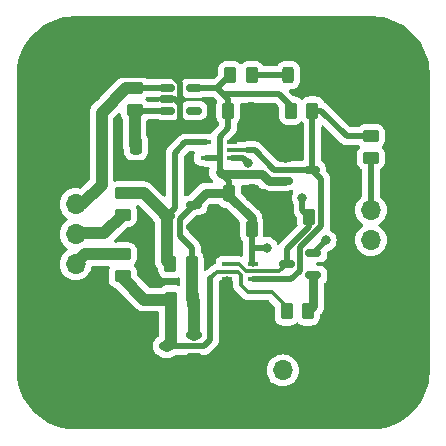
<source format=gbr>
%TF.GenerationSoftware,KiCad,Pcbnew,8.0.1*%
%TF.CreationDate,2024-11-19T12:42:29-08:00*%
%TF.ProjectId,DuplexUARTtoHalf,4475706c-6578-4554-9152-54746f48616c,rev?*%
%TF.SameCoordinates,Original*%
%TF.FileFunction,Copper,L1,Top*%
%TF.FilePolarity,Positive*%
%FSLAX46Y46*%
G04 Gerber Fmt 4.6, Leading zero omitted, Abs format (unit mm)*
G04 Created by KiCad (PCBNEW 8.0.1) date 2024-11-19 12:42:29*
%MOMM*%
%LPD*%
G01*
G04 APERTURE LIST*
G04 Aperture macros list*
%AMRoundRect*
0 Rectangle with rounded corners*
0 $1 Rounding radius*
0 $2 $3 $4 $5 $6 $7 $8 $9 X,Y pos of 4 corners*
0 Add a 4 corners polygon primitive as box body*
4,1,4,$2,$3,$4,$5,$6,$7,$8,$9,$2,$3,0*
0 Add four circle primitives for the rounded corners*
1,1,$1+$1,$2,$3*
1,1,$1+$1,$4,$5*
1,1,$1+$1,$6,$7*
1,1,$1+$1,$8,$9*
0 Add four rect primitives between the rounded corners*
20,1,$1+$1,$2,$3,$4,$5,0*
20,1,$1+$1,$4,$5,$6,$7,0*
20,1,$1+$1,$6,$7,$8,$9,0*
20,1,$1+$1,$8,$9,$2,$3,0*%
G04 Aperture macros list end*
%TA.AperFunction,SMDPad,CuDef*%
%ADD10RoundRect,0.150000X-0.512500X-0.150000X0.512500X-0.150000X0.512500X0.150000X-0.512500X0.150000X0*%
%TD*%
%TA.AperFunction,SMDPad,CuDef*%
%ADD11RoundRect,0.100000X0.350000X0.100000X-0.350000X0.100000X-0.350000X-0.100000X0.350000X-0.100000X0*%
%TD*%
%TA.AperFunction,SMDPad,CuDef*%
%ADD12RoundRect,0.100000X-0.350000X-0.100000X0.350000X-0.100000X0.350000X0.100000X-0.350000X0.100000X0*%
%TD*%
%TA.AperFunction,SMDPad,CuDef*%
%ADD13RoundRect,0.250000X0.262500X0.450000X-0.262500X0.450000X-0.262500X-0.450000X0.262500X-0.450000X0*%
%TD*%
%TA.AperFunction,SMDPad,CuDef*%
%ADD14RoundRect,0.250000X0.450000X-0.262500X0.450000X0.262500X-0.450000X0.262500X-0.450000X-0.262500X0*%
%TD*%
%TA.AperFunction,SMDPad,CuDef*%
%ADD15RoundRect,0.250000X-0.450000X0.262500X-0.450000X-0.262500X0.450000X-0.262500X0.450000X0.262500X0*%
%TD*%
%TA.AperFunction,SMDPad,CuDef*%
%ADD16RoundRect,0.250000X-0.262500X-0.450000X0.262500X-0.450000X0.262500X0.450000X-0.262500X0.450000X0*%
%TD*%
%TA.AperFunction,SMDPad,CuDef*%
%ADD17RoundRect,0.150000X0.512500X0.150000X-0.512500X0.150000X-0.512500X-0.150000X0.512500X-0.150000X0*%
%TD*%
%TA.AperFunction,ComponentPad*%
%ADD18R,1.700000X1.700000*%
%TD*%
%TA.AperFunction,ComponentPad*%
%ADD19O,1.700000X1.700000*%
%TD*%
%TA.AperFunction,ComponentPad*%
%ADD20C,5.600000*%
%TD*%
%TA.AperFunction,SMDPad,CuDef*%
%ADD21RoundRect,0.243750X0.243750X0.456250X-0.243750X0.456250X-0.243750X-0.456250X0.243750X-0.456250X0*%
%TD*%
%TA.AperFunction,SMDPad,CuDef*%
%ADD22RoundRect,0.250000X-0.250000X-0.475000X0.250000X-0.475000X0.250000X0.475000X-0.250000X0.475000X0*%
%TD*%
%TA.AperFunction,SMDPad,CuDef*%
%ADD23RoundRect,0.250000X0.250000X0.475000X-0.250000X0.475000X-0.250000X-0.475000X0.250000X-0.475000X0*%
%TD*%
%TA.AperFunction,ViaPad*%
%ADD24C,0.800000*%
%TD*%
%TA.AperFunction,Conductor*%
%ADD25C,0.300000*%
%TD*%
%TA.AperFunction,Conductor*%
%ADD26C,0.500000*%
%TD*%
%TA.AperFunction,Conductor*%
%ADD27C,0.800000*%
%TD*%
%TA.AperFunction,Conductor*%
%ADD28C,1.000000*%
%TD*%
G04 APERTURE END LIST*
D10*
%TO.P,U3,1,VDD*%
%TO.N,Net-(J5-Pin_2)*%
X152725000Y-76100000D03*
%TO.P,U3,2,GND*%
%TO.N,GND*%
X152725000Y-77050000D03*
%TO.P,U3,3,EN*%
%TO.N,Net-(U3-EN)*%
X152725000Y-78000000D03*
%TO.P,U3,4,NC*%
%TO.N,unconnected-(U3-NC-Pad4)*%
X155000000Y-78000000D03*
%TO.P,U3,5,OUT*%
%TO.N,+3.3V*%
X155000000Y-76100000D03*
%TD*%
D11*
%TO.P,U2,5,VCC*%
%TO.N,+3.3V*%
X156000000Y-82000000D03*
%TO.P,U2,4*%
%TO.N,/RX*%
X156000000Y-80700000D03*
%TO.P,U2,3,GND*%
%TO.N,GND*%
X158200000Y-80700000D03*
%TO.P,U2,2*%
%TO.N,/DATA*%
X158200000Y-81350000D03*
%TO.P,U2,1*%
%TO.N,/TX_{EN}*%
X158200000Y-82000000D03*
%TD*%
D12*
%TO.P,U1,1*%
%TO.N,/TX_{EN}*%
X157800000Y-91000000D03*
%TO.P,U1,2*%
%TO.N,/TX*%
X157800000Y-91650000D03*
%TO.P,U1,3,GND*%
%TO.N,GND*%
X157800000Y-92300000D03*
%TO.P,U1,4*%
%TO.N,/DATA*%
X160000000Y-92300000D03*
%TO.P,U1,5,VCC*%
%TO.N,+3.3V*%
X160000000Y-91000000D03*
%TD*%
D13*
%TO.P,R10,1*%
%TO.N,Net-(D4-A)*%
X159912500Y-75000000D03*
%TO.P,R10,2*%
%TO.N,+3.3V*%
X158087500Y-75000000D03*
%TD*%
D14*
%TO.P,R9,1*%
%TO.N,Net-(U3-EN)*%
X150000000Y-77912500D03*
%TO.P,R9,2*%
%TO.N,Net-(J5-Pin_2)*%
X150000000Y-76087500D03*
%TD*%
D15*
%TO.P,R8,1*%
%TO.N,/DATA*%
X170000000Y-80175000D03*
%TO.P,R8,2*%
%TO.N,Net-(J7-Pin_3)*%
X170000000Y-82000000D03*
%TD*%
D14*
%TO.P,R7,1*%
%TO.N,Net-(J5-Pin_3)*%
X149000000Y-86825000D03*
%TO.P,R7,2*%
%TO.N,/RX*%
X149000000Y-85000000D03*
%TD*%
D15*
%TO.P,R6,1*%
%TO.N,Net-(J5-Pin_4)*%
X149000000Y-90175000D03*
%TO.P,R6,2*%
%TO.N,/TX*%
X149000000Y-92000000D03*
%TD*%
D13*
%TO.P,R5,1*%
%TO.N,+3.3V*%
X154825000Y-91000000D03*
%TO.P,R5,2*%
%TO.N,/RX*%
X153000000Y-91000000D03*
%TD*%
D16*
%TO.P,R4,1*%
%TO.N,+3.3V*%
X163225000Y-78000000D03*
%TO.P,R4,2*%
%TO.N,/DATA*%
X165050000Y-78000000D03*
%TD*%
D13*
%TO.P,R3,1*%
%TO.N,+3.3V*%
X154912500Y-94000000D03*
%TO.P,R3,2*%
%TO.N,/TX*%
X153087500Y-94000000D03*
%TD*%
%TO.P,R2,1*%
%TO.N,Net-(Q1-B)*%
X164687500Y-95000000D03*
%TO.P,R2,2*%
%TO.N,/TX*%
X162862500Y-95000000D03*
%TD*%
D16*
%TO.P,R1,1*%
%TO.N,GND*%
X162950000Y-87000000D03*
%TO.P,R1,2*%
%TO.N,/TX_{EN}*%
X164775000Y-87000000D03*
%TD*%
D17*
%TO.P,Q1,1,B*%
%TO.N,Net-(Q1-B)*%
X165137500Y-91950000D03*
%TO.P,Q1,2,E*%
%TO.N,+3.3V*%
X165137500Y-90050000D03*
%TO.P,Q1,3,C*%
%TO.N,/TX_{EN}*%
X162862500Y-91000000D03*
%TD*%
D18*
%TO.P,J7,1,Pin_1*%
%TO.N,GND*%
X170000000Y-91500000D03*
D19*
%TO.P,J7,2,Pin_2*%
%TO.N,/V_{SERVO}*%
X170000000Y-88960000D03*
%TO.P,J7,3,Pin_3*%
%TO.N,Net-(J7-Pin_3)*%
X170000000Y-86420000D03*
%TD*%
D18*
%TO.P,J6,1,Pin_1*%
%TO.N,GND*%
X160000000Y-100000000D03*
D19*
%TO.P,J6,2,Pin_2*%
%TO.N,/V_{SERVO}*%
X162540000Y-100000000D03*
%TD*%
D18*
%TO.P,J5,1,Pin_1*%
%TO.N,GND*%
X145000000Y-83380000D03*
D19*
%TO.P,J5,2,Pin_2*%
%TO.N,Net-(J5-Pin_2)*%
X145000000Y-85920000D03*
%TO.P,J5,3,Pin_3*%
%TO.N,Net-(J5-Pin_3)*%
X145000000Y-88460000D03*
%TO.P,J5,4,Pin_4*%
%TO.N,Net-(J5-Pin_4)*%
X145000000Y-91000000D03*
%TD*%
D20*
%TO.P,J4,1,Pin_1*%
%TO.N,GND*%
X170000000Y-75000000D03*
%TD*%
%TO.P,J3,1,Pin_1*%
%TO.N,GND*%
X170000000Y-100000000D03*
%TD*%
%TO.P,J2,1,Pin_1*%
%TO.N,GND*%
X145000000Y-100000000D03*
%TD*%
%TO.P,J1,1,Pin_1*%
%TO.N,GND*%
X145000000Y-75000000D03*
%TD*%
D21*
%TO.P,D4,1,K*%
%TO.N,GND*%
X164875000Y-75000000D03*
%TO.P,D4,2,A*%
%TO.N,Net-(D4-A)*%
X163000000Y-75000000D03*
%TD*%
D17*
%TO.P,D3,1,K*%
%TO.N,GND*%
X155000000Y-87900000D03*
%TO.P,D3,2,K*%
%TO.N,+3.3V*%
X155000000Y-86000000D03*
%TO.P,D3,3,A*%
%TO.N,/RX*%
X152725000Y-86950000D03*
%TD*%
%TO.P,D2,1,K*%
%TO.N,GND*%
X155000000Y-98900000D03*
%TO.P,D2,2,K*%
%TO.N,+3.3V*%
X155000000Y-97000000D03*
%TO.P,D2,3,A*%
%TO.N,/TX*%
X152725000Y-97950000D03*
%TD*%
D10*
%TO.P,D1,1,K*%
%TO.N,GND*%
X162725000Y-82050000D03*
%TO.P,D1,2,K*%
%TO.N,+3.3V*%
X162725000Y-83950000D03*
%TO.P,D1,3,A*%
%TO.N,/DATA*%
X165000000Y-83000000D03*
%TD*%
D22*
%TO.P,C4,1*%
%TO.N,+3.3V*%
X157925000Y-78000000D03*
%TO.P,C4,2*%
%TO.N,GND*%
X159825000Y-78000000D03*
%TD*%
%TO.P,C3,1*%
%TO.N,Net-(U3-EN)*%
X150100000Y-81000000D03*
%TO.P,C3,2*%
%TO.N,GND*%
X152000000Y-81000000D03*
%TD*%
%TO.P,C2,1*%
%TO.N,+3.3V*%
X158000000Y-85000000D03*
%TO.P,C2,2*%
%TO.N,GND*%
X159900000Y-85000000D03*
%TD*%
D23*
%TO.P,C1,1*%
%TO.N,+3.3V*%
X159900000Y-88000000D03*
%TO.P,C1,2*%
%TO.N,GND*%
X158000000Y-88000000D03*
%TD*%
D24*
%TO.N,GND*%
X166800000Y-81200000D03*
X151600000Y-83200000D03*
X155000000Y-83600000D03*
X150800000Y-88600000D03*
%TO.N,+3.3V*%
X161200000Y-89600000D03*
X166200000Y-89000000D03*
%TO.N,/TX_{EN}*%
X164200000Y-85400000D03*
X159600000Y-82400000D03*
%TO.N,GND*%
X156600000Y-87900000D03*
X161575000Y-85625000D03*
X163800000Y-76400000D03*
X161600000Y-78000000D03*
%TD*%
D25*
%TO.N,/TX*%
X159000000Y-92800000D02*
X159600000Y-93400000D01*
X159600000Y-93400000D02*
X161600000Y-93400000D01*
X159000000Y-91907106D02*
X159000000Y-92800000D01*
X161600000Y-93400000D02*
X162862500Y-94662500D01*
X162862500Y-94662500D02*
X162862500Y-95000000D01*
X157800000Y-91650000D02*
X158742894Y-91650000D01*
X158742894Y-91650000D02*
X159000000Y-91907106D01*
D26*
%TO.N,Net-(J7-Pin_3)*%
X170000000Y-82000000D02*
X170000000Y-86420000D01*
%TO.N,/DATA*%
X165800000Y-78000000D02*
X167975000Y-80175000D01*
X165050000Y-78000000D02*
X165800000Y-78000000D01*
X167975000Y-80175000D02*
X170000000Y-80175000D01*
X165050000Y-82750000D02*
X165050000Y-78000000D01*
X165000000Y-82800000D02*
X165050000Y-82750000D01*
X165000000Y-83000000D02*
X165000000Y-82800000D01*
%TO.N,+3.3V*%
X161200000Y-89600000D02*
X159900000Y-89600000D01*
X159900000Y-89600000D02*
X159900000Y-90900000D01*
X159900000Y-88000000D02*
X159900000Y-89600000D01*
X165150000Y-90050000D02*
X166200000Y-89000000D01*
X165137500Y-90050000D02*
X165150000Y-90050000D01*
%TO.N,/TX_{EN}*%
X164200000Y-85400000D02*
X164200000Y-86425000D01*
X164200000Y-86425000D02*
X164775000Y-87000000D01*
X159200000Y-82000000D02*
X159600000Y-82400000D01*
X158200000Y-82000000D02*
X159200000Y-82000000D01*
D27*
%TO.N,+3.3V*%
X161350000Y-83950000D02*
X162725000Y-83950000D01*
X157400000Y-83400000D02*
X160800000Y-83400000D01*
X157200000Y-83200000D02*
X157400000Y-83400000D01*
X160800000Y-83400000D02*
X161350000Y-83950000D01*
%TO.N,GND*%
X157400000Y-100000000D02*
X160000000Y-100000000D01*
D26*
X157800000Y-92300000D02*
X157400000Y-92700000D01*
D27*
X154800000Y-100000000D02*
X157400000Y-100000000D01*
D26*
X157400000Y-92700000D02*
X157400000Y-100000000D01*
D27*
X157900000Y-87900000D02*
X158000000Y-88000000D01*
X155000000Y-87900000D02*
X157900000Y-87900000D01*
X162950000Y-87000000D02*
X161575000Y-85625000D01*
X160950000Y-85000000D02*
X161575000Y-85625000D01*
D26*
%TO.N,/DATA*%
X165800000Y-87789950D02*
X165800000Y-83800000D01*
X164000000Y-89589950D02*
X165800000Y-87789950D01*
X164000000Y-91572316D02*
X164000000Y-89589950D01*
X163272316Y-92300000D02*
X164000000Y-91572316D01*
X160000000Y-92300000D02*
X163272316Y-92300000D01*
X165800000Y-83800000D02*
X165000000Y-83000000D01*
%TO.N,/TX_{EN}*%
X162862500Y-89737500D02*
X162862500Y-91000000D01*
X164775000Y-87825000D02*
X162862500Y-89737500D01*
X164775000Y-87000000D02*
X164775000Y-87825000D01*
%TO.N,+3.3V*%
X154825000Y-89625000D02*
X154825000Y-91000000D01*
X153837500Y-88637500D02*
X154825000Y-89625000D01*
X153837500Y-87162500D02*
X153837500Y-88637500D01*
X155000000Y-86000000D02*
X153837500Y-87162500D01*
%TO.N,GND*%
X155000000Y-99800000D02*
X154800000Y-100000000D01*
X155000000Y-98900000D02*
X155000000Y-99800000D01*
D27*
X145000000Y-100000000D02*
X154800000Y-100000000D01*
D25*
%TO.N,/TX_{EN}*%
X158800000Y-91000000D02*
X157800000Y-91000000D01*
X162262500Y-91600000D02*
X159400000Y-91600000D01*
X159400000Y-91600000D02*
X158800000Y-91000000D01*
X162862500Y-91000000D02*
X162262500Y-91600000D01*
D26*
%TO.N,+3.3V*%
X159900000Y-90900000D02*
X160000000Y-91000000D01*
D25*
%TO.N,/TX*%
X156950000Y-91650000D02*
X156400000Y-92200000D01*
X157800000Y-91650000D02*
X156950000Y-91650000D01*
D26*
X155850000Y-97950000D02*
X156400000Y-97400000D01*
X152725000Y-97950000D02*
X155850000Y-97950000D01*
X156400000Y-97400000D02*
X156400000Y-92200000D01*
D27*
%TO.N,Net-(Q1-B)*%
X165137500Y-94550000D02*
X164687500Y-95000000D01*
X165137500Y-91950000D02*
X165137500Y-94550000D01*
%TO.N,GND*%
X159900000Y-85000000D02*
X160950000Y-85000000D01*
D26*
%TO.N,+3.3V*%
X157200000Y-83200000D02*
X158000000Y-84000000D01*
X157200000Y-83200000D02*
X157200000Y-82200000D01*
X158000000Y-84000000D02*
X158000000Y-85000000D01*
%TO.N,/DATA*%
X161800000Y-83000000D02*
X165000000Y-83000000D01*
X160150000Y-81350000D02*
X161800000Y-83000000D01*
X159550000Y-81350000D02*
X160150000Y-81350000D01*
D27*
%TO.N,+3.3V*%
X159900000Y-87100000D02*
X159900000Y-88000000D01*
X158000000Y-85200000D02*
X159900000Y-87100000D01*
X158000000Y-85000000D02*
X158000000Y-85200000D01*
X156000000Y-85000000D02*
X155000000Y-86000000D01*
X158000000Y-85000000D02*
X156000000Y-85000000D01*
%TO.N,GND*%
X145000000Y-83380000D02*
X145000000Y-75000000D01*
X142800000Y-97800000D02*
X145000000Y-100000000D01*
X142800000Y-84600000D02*
X142800000Y-97800000D01*
X144020000Y-83380000D02*
X142800000Y-84600000D01*
X145000000Y-83380000D02*
X144020000Y-83380000D01*
X172200000Y-90400000D02*
X172200000Y-77200000D01*
X171100000Y-91500000D02*
X172200000Y-90400000D01*
X172200000Y-77200000D02*
X170000000Y-75000000D01*
X170000000Y-91500000D02*
X171100000Y-91500000D01*
X170000000Y-100000000D02*
X170000000Y-91500000D01*
X167600000Y-102400000D02*
X170000000Y-100000000D01*
X160000000Y-101400000D02*
X161000000Y-102400000D01*
X161000000Y-102400000D02*
X167600000Y-102400000D01*
X160000000Y-100000000D02*
X160000000Y-101400000D01*
X168000000Y-73000000D02*
X170000000Y-75000000D01*
X145000000Y-75000000D02*
X147000000Y-73000000D01*
X147000000Y-73000000D02*
X168000000Y-73000000D01*
X164875000Y-75000000D02*
X170000000Y-75000000D01*
X164875000Y-75325000D02*
X164875000Y-75000000D01*
X159825000Y-78000000D02*
X161600000Y-78000000D01*
X163800000Y-76400000D02*
X164875000Y-75325000D01*
X159825000Y-79150000D02*
X159825000Y-78975000D01*
X162725000Y-82050000D02*
X159825000Y-79150000D01*
X159825000Y-78975000D02*
X159825000Y-78000000D01*
X158800000Y-80000000D02*
X159825000Y-78975000D01*
D25*
X158800000Y-80000000D02*
X158800000Y-80100000D01*
X158200000Y-80700000D02*
X158800000Y-80100000D01*
%TO.N,/DATA*%
X158200000Y-81350000D02*
X159550000Y-81350000D01*
D26*
%TO.N,/RX*%
X154300000Y-80700000D02*
X156000000Y-80700000D01*
X153400000Y-81600000D02*
X154300000Y-80700000D01*
X153400000Y-86275000D02*
X153400000Y-81600000D01*
X152725000Y-86950000D02*
X153400000Y-86275000D01*
%TO.N,+3.3V*%
X157000000Y-82000000D02*
X157200000Y-82200000D01*
X156000000Y-82000000D02*
X157000000Y-82000000D01*
X157200000Y-80200000D02*
X157200000Y-82200000D01*
X157925000Y-79475000D02*
X157200000Y-80200000D01*
X157925000Y-78000000D02*
X157925000Y-79475000D01*
%TO.N,GND*%
X153837500Y-75697316D02*
X153837500Y-77500001D01*
X145000000Y-75000000D02*
X153140184Y-75000000D01*
X153140184Y-75000000D02*
X153837500Y-75697316D01*
X153837500Y-79162500D02*
X152000000Y-81000000D01*
X153837500Y-77500001D02*
X153837500Y-79162500D01*
X153387499Y-77050000D02*
X153837500Y-77500001D01*
X152725000Y-77050000D02*
X153387499Y-77050000D01*
%TO.N,+3.3V*%
X162200000Y-76600000D02*
X163225000Y-77625000D01*
X157487500Y-76600000D02*
X162200000Y-76600000D01*
X157443750Y-76556250D02*
X157487500Y-76600000D01*
X157443750Y-76556250D02*
X156987500Y-76100000D01*
X157925000Y-77037500D02*
X157443750Y-76556250D01*
X163225000Y-77625000D02*
X163225000Y-78000000D01*
%TO.N,Net-(D4-A)*%
X159912500Y-75000000D02*
X163000000Y-75000000D01*
%TO.N,+3.3V*%
X157925000Y-78000000D02*
X157925000Y-77037500D01*
X156987500Y-76100000D02*
X158087500Y-75000000D01*
X155000000Y-76100000D02*
X156987500Y-76100000D01*
%TO.N,Net-(U3-EN)*%
X150087500Y-78000000D02*
X150000000Y-77912500D01*
X152725000Y-78000000D02*
X150087500Y-78000000D01*
%TO.N,Net-(J5-Pin_2)*%
X150012500Y-76100000D02*
X150000000Y-76087500D01*
X152725000Y-76100000D02*
X150012500Y-76100000D01*
D28*
%TO.N,/RX*%
X152725000Y-90725000D02*
X153000000Y-91000000D01*
X152725000Y-86950000D02*
X152725000Y-90725000D01*
%TO.N,+3.3V*%
X154825000Y-93912500D02*
X154912500Y-94000000D01*
X154825000Y-91000000D02*
X154825000Y-93912500D01*
X155000000Y-97000000D02*
X155000000Y-94087500D01*
X155000000Y-94087500D02*
X154912500Y-94000000D01*
%TO.N,/TX*%
X153087500Y-97587500D02*
X152725000Y-97950000D01*
X153087500Y-94000000D02*
X153087500Y-97587500D01*
X150800000Y-94000000D02*
X153087500Y-94000000D01*
X149000000Y-92000000D02*
X149000000Y-92200000D01*
X149000000Y-92200000D02*
X150800000Y-94000000D01*
%TO.N,Net-(J5-Pin_3)*%
X145060000Y-88400000D02*
X145000000Y-88460000D01*
X147425000Y-88400000D02*
X145060000Y-88400000D01*
X149000000Y-86825000D02*
X147425000Y-88400000D01*
%TO.N,/RX*%
X150775000Y-85000000D02*
X152725000Y-86950000D01*
X149000000Y-85000000D02*
X150775000Y-85000000D01*
%TO.N,Net-(U3-EN)*%
X150000000Y-80900000D02*
X150100000Y-81000000D01*
X150000000Y-77912500D02*
X150000000Y-80900000D01*
%TO.N,Net-(J5-Pin_2)*%
X147200000Y-78187500D02*
X149300000Y-76087500D01*
X147200000Y-84280000D02*
X147200000Y-78187500D01*
X149300000Y-76087500D02*
X150000000Y-76087500D01*
X145560000Y-85920000D02*
X147200000Y-84280000D01*
X145000000Y-85920000D02*
X145560000Y-85920000D01*
%TO.N,Net-(J5-Pin_4)*%
X145825000Y-90175000D02*
X149000000Y-90175000D01*
X145000000Y-91000000D02*
X145825000Y-90175000D01*
%TD*%
%TA.AperFunction,Conductor*%
%TO.N,GND*%
G36*
X150376257Y-86020185D02*
G01*
X150396899Y-86036819D01*
X151543311Y-87183232D01*
X151574706Y-87236317D01*
X151610754Y-87360395D01*
X151610755Y-87360396D01*
X151610756Y-87360398D01*
X151620619Y-87377075D01*
X151694417Y-87501863D01*
X151698479Y-87507099D01*
X151724014Y-87572136D01*
X151724500Y-87583100D01*
X151724500Y-90823544D01*
X151762947Y-91016828D01*
X151762949Y-91016836D01*
X151776479Y-91049500D01*
X151776479Y-91049501D01*
X151838364Y-91198907D01*
X151838371Y-91198920D01*
X151947860Y-91362781D01*
X151947863Y-91362785D01*
X151950681Y-91365603D01*
X151951685Y-91367442D01*
X151951726Y-91367492D01*
X151951716Y-91367499D01*
X151984166Y-91426926D01*
X151987000Y-91453282D01*
X151987000Y-91499999D01*
X151987001Y-91500019D01*
X151997500Y-91602796D01*
X151997501Y-91602799D01*
X152028860Y-91697432D01*
X152052686Y-91769334D01*
X152144788Y-91918656D01*
X152268844Y-92042712D01*
X152418166Y-92134814D01*
X152584703Y-92189999D01*
X152687491Y-92200500D01*
X153312508Y-92200499D01*
X153312516Y-92200498D01*
X153312519Y-92200498D01*
X153368802Y-92194748D01*
X153415297Y-92189999D01*
X153581834Y-92134814D01*
X153635404Y-92101771D01*
X153702796Y-92083332D01*
X153769459Y-92104255D01*
X153814229Y-92157897D01*
X153824500Y-92207311D01*
X153824500Y-92744883D01*
X153804815Y-92811922D01*
X153752011Y-92857677D01*
X153682853Y-92867621D01*
X153661498Y-92862589D01*
X153502797Y-92810001D01*
X153502795Y-92810000D01*
X153400010Y-92799500D01*
X152774998Y-92799500D01*
X152774980Y-92799501D01*
X152672203Y-92810000D01*
X152672200Y-92810001D01*
X152505668Y-92865185D01*
X152505663Y-92865187D01*
X152356342Y-92957289D01*
X152350451Y-92963181D01*
X152289128Y-92996666D01*
X152262770Y-92999500D01*
X151265783Y-92999500D01*
X151198744Y-92979815D01*
X151178102Y-92963181D01*
X150236818Y-92021897D01*
X150203333Y-91960574D01*
X150200499Y-91934216D01*
X150200499Y-91687498D01*
X150200498Y-91687481D01*
X150189999Y-91584703D01*
X150189998Y-91584700D01*
X150173501Y-91534916D01*
X150134814Y-91418166D01*
X150042712Y-91268844D01*
X149949049Y-91175181D01*
X149915564Y-91113858D01*
X149920548Y-91044166D01*
X149949049Y-90999819D01*
X149976367Y-90972501D01*
X150042712Y-90906156D01*
X150134814Y-90756834D01*
X150189999Y-90590297D01*
X150200500Y-90487509D01*
X150200499Y-89862492D01*
X150200361Y-89861144D01*
X150189999Y-89759703D01*
X150189998Y-89759700D01*
X150180156Y-89730000D01*
X150134814Y-89593166D01*
X150042712Y-89443844D01*
X149918656Y-89319788D01*
X149820237Y-89259083D01*
X149769336Y-89227687D01*
X149769331Y-89227685D01*
X149767862Y-89227198D01*
X149602797Y-89172501D01*
X149602795Y-89172500D01*
X149500010Y-89162000D01*
X148499998Y-89162000D01*
X148499980Y-89162001D01*
X148390468Y-89173189D01*
X148390432Y-89172839D01*
X148374742Y-89174500D01*
X148364781Y-89174500D01*
X148297742Y-89154815D01*
X148251987Y-89102011D01*
X148242043Y-89032853D01*
X148271068Y-88969297D01*
X148277100Y-88962819D01*
X149365602Y-87874318D01*
X149426925Y-87840833D01*
X149453283Y-87837999D01*
X149500002Y-87837999D01*
X149500008Y-87837999D01*
X149602797Y-87827499D01*
X149769334Y-87772314D01*
X149918656Y-87680212D01*
X150042712Y-87556156D01*
X150134814Y-87406834D01*
X150189999Y-87240297D01*
X150200500Y-87137509D01*
X150200499Y-86512492D01*
X150199112Y-86498918D01*
X150189999Y-86409703D01*
X150189998Y-86409700D01*
X150186961Y-86400536D01*
X150134814Y-86243166D01*
X150101771Y-86189595D01*
X150083332Y-86122204D01*
X150104255Y-86055541D01*
X150157897Y-86010771D01*
X150207311Y-86000500D01*
X150309218Y-86000500D01*
X150376257Y-86020185D01*
G37*
%TD.AperFunction*%
%TA.AperFunction,Conductor*%
G36*
X157130171Y-85920185D02*
G01*
X157151346Y-85939383D01*
X157152181Y-85938549D01*
X157157288Y-85943656D01*
X157281344Y-86067712D01*
X157430666Y-86159814D01*
X157597203Y-86214999D01*
X157699991Y-86225500D01*
X157700608Y-86225499D01*
X157700736Y-86225537D01*
X157703140Y-86225660D01*
X157703131Y-86225820D01*
X157703133Y-86225821D01*
X157703130Y-86225844D01*
X157703110Y-86226234D01*
X157767650Y-86245166D01*
X157788319Y-86261818D01*
X158867287Y-87340787D01*
X158900772Y-87402110D01*
X158902964Y-87441066D01*
X158899501Y-87474972D01*
X158899500Y-87474997D01*
X158899500Y-88525001D01*
X158899501Y-88525019D01*
X158910000Y-88627796D01*
X158910001Y-88627799D01*
X158965185Y-88794331D01*
X158965187Y-88794336D01*
X158978456Y-88815848D01*
X159044956Y-88923663D01*
X159057289Y-88943657D01*
X159113181Y-88999549D01*
X159146666Y-89060872D01*
X159149500Y-89087230D01*
X159149500Y-90255765D01*
X159129815Y-90322804D01*
X159077011Y-90368559D01*
X159007853Y-90378503D01*
X158990538Y-90374656D01*
X158864071Y-90349500D01*
X158864069Y-90349500D01*
X158414823Y-90349500D01*
X158367370Y-90340061D01*
X158325708Y-90322804D01*
X158306762Y-90314956D01*
X158306760Y-90314955D01*
X158189361Y-90299500D01*
X157410636Y-90299500D01*
X157293246Y-90314953D01*
X157293237Y-90314956D01*
X157147160Y-90375463D01*
X157021718Y-90471718D01*
X156925463Y-90597160D01*
X156864956Y-90743237D01*
X156864955Y-90743239D01*
X156849501Y-90860629D01*
X156849500Y-90860645D01*
X156849500Y-90905462D01*
X156829815Y-90972501D01*
X156777011Y-91018256D01*
X156761505Y-91024120D01*
X156760257Y-91024498D01*
X156641870Y-91073535D01*
X156535331Y-91144722D01*
X156535324Y-91144728D01*
X156232654Y-91447398D01*
X156186357Y-91475149D01*
X156186714Y-91476011D01*
X156044507Y-91534914D01*
X156044495Y-91534921D01*
X156030884Y-91544015D01*
X155964205Y-91564889D01*
X155896826Y-91546401D01*
X155850139Y-91494419D01*
X155837999Y-91440913D01*
X155837999Y-90499992D01*
X155833954Y-90460398D01*
X155827499Y-90397203D01*
X155827498Y-90397200D01*
X155805866Y-90331919D01*
X155772314Y-90230666D01*
X155680212Y-90081344D01*
X155611819Y-90012951D01*
X155578334Y-89951628D01*
X155575500Y-89925270D01*
X155575500Y-89551079D01*
X155546659Y-89406092D01*
X155546658Y-89406091D01*
X155546658Y-89406087D01*
X155515720Y-89331395D01*
X155490087Y-89269511D01*
X155490085Y-89269507D01*
X155490084Y-89269505D01*
X155440574Y-89195408D01*
X155435795Y-89188256D01*
X155407954Y-89146586D01*
X154624319Y-88362951D01*
X154590834Y-88301628D01*
X154588000Y-88275270D01*
X154588000Y-87524729D01*
X154607685Y-87457690D01*
X154624319Y-87437048D01*
X154881406Y-87179961D01*
X155152191Y-86909175D01*
X155213512Y-86875692D01*
X155215608Y-86875255D01*
X155262666Y-86865895D01*
X155397754Y-86809939D01*
X155445207Y-86800500D01*
X155578186Y-86800500D01*
X155578194Y-86800500D01*
X155615069Y-86797598D01*
X155615071Y-86797597D01*
X155615073Y-86797597D01*
X155673937Y-86780495D01*
X155772898Y-86751744D01*
X155914365Y-86668081D01*
X156030581Y-86551865D01*
X156114244Y-86410398D01*
X156160098Y-86252569D01*
X156163000Y-86215694D01*
X156163000Y-86161861D01*
X156182685Y-86094822D01*
X156199319Y-86074180D01*
X156336680Y-85936819D01*
X156398003Y-85903334D01*
X156424361Y-85900500D01*
X157063132Y-85900500D01*
X157130171Y-85920185D01*
G37*
%TD.AperFunction*%
%TA.AperFunction,Conductor*%
G36*
X160442677Y-84320185D02*
G01*
X160463319Y-84336819D01*
X160563601Y-84437100D01*
X160650536Y-84524035D01*
X160742349Y-84615848D01*
X160775966Y-84649465D01*
X160923446Y-84748009D01*
X160923459Y-84748016D01*
X161018668Y-84787452D01*
X161087334Y-84815894D01*
X161087336Y-84815894D01*
X161087341Y-84815896D01*
X161261304Y-84850499D01*
X161261307Y-84850500D01*
X161261309Y-84850500D01*
X162813693Y-84850500D01*
X162813694Y-84850499D01*
X162871682Y-84838964D01*
X162987658Y-84815896D01*
X162987661Y-84815894D01*
X162987666Y-84815894D01*
X163122755Y-84759939D01*
X163170207Y-84750500D01*
X163303186Y-84750500D01*
X163303194Y-84750500D01*
X163311258Y-84749865D01*
X163379635Y-84764224D01*
X163429395Y-84813272D01*
X163444739Y-84881436D01*
X163428382Y-84935481D01*
X163372820Y-85031718D01*
X163372818Y-85031722D01*
X163317361Y-85202402D01*
X163314326Y-85211744D01*
X163294540Y-85400000D01*
X163314326Y-85588256D01*
X163314327Y-85588259D01*
X163372818Y-85768277D01*
X163372821Y-85768284D01*
X163405461Y-85824819D01*
X163432887Y-85872321D01*
X163449500Y-85934321D01*
X163449500Y-86498918D01*
X163449500Y-86498920D01*
X163449499Y-86498920D01*
X163478340Y-86643907D01*
X163478343Y-86643917D01*
X163534914Y-86780492D01*
X163552629Y-86807004D01*
X163552630Y-86807007D01*
X163617046Y-86903414D01*
X163617047Y-86903415D01*
X163617048Y-86903416D01*
X163725682Y-87012050D01*
X163759166Y-87073371D01*
X163762000Y-87099730D01*
X163762000Y-87500001D01*
X163762001Y-87500019D01*
X163772500Y-87602796D01*
X163772501Y-87602799D01*
X163789095Y-87652875D01*
X163791497Y-87722703D01*
X163759070Y-87779560D01*
X162279548Y-89259083D01*
X162259982Y-89288368D01*
X162259976Y-89288377D01*
X162257760Y-89291693D01*
X162204144Y-89336494D01*
X162134819Y-89345197D01*
X162071793Y-89315038D01*
X162036731Y-89261113D01*
X162027181Y-89231722D01*
X162027180Y-89231721D01*
X162027179Y-89231716D01*
X161932533Y-89067784D01*
X161805871Y-88927112D01*
X161805870Y-88927111D01*
X161652734Y-88815851D01*
X161652729Y-88815848D01*
X161479807Y-88738857D01*
X161479802Y-88738855D01*
X161330825Y-88707190D01*
X161294646Y-88699500D01*
X161105354Y-88699500D01*
X161044160Y-88712507D01*
X160974493Y-88707190D01*
X160918760Y-88665052D01*
X160894656Y-88599472D01*
X160895022Y-88578621D01*
X160900500Y-88525009D01*
X160900499Y-87474992D01*
X160897033Y-87441066D01*
X160889999Y-87372203D01*
X160889998Y-87372200D01*
X160886087Y-87360398D01*
X160834814Y-87205666D01*
X160831820Y-87200812D01*
X160818960Y-87179961D01*
X160800500Y-87114867D01*
X160800500Y-87011308D01*
X160799833Y-87007956D01*
X160799832Y-87007949D01*
X160765896Y-86837340D01*
X160765895Y-86837334D01*
X160700339Y-86679071D01*
X160698695Y-86674474D01*
X160694423Y-86668081D01*
X160647483Y-86597830D01*
X160599465Y-86525966D01*
X160572417Y-86498918D01*
X160474035Y-86400536D01*
X159036818Y-84963318D01*
X159003333Y-84901995D01*
X159000499Y-84875637D01*
X159000499Y-84474998D01*
X159000499Y-84474992D01*
X158998769Y-84458059D01*
X158996629Y-84437100D01*
X159009399Y-84368407D01*
X159057281Y-84317524D01*
X159119987Y-84300500D01*
X160375638Y-84300500D01*
X160442677Y-84320185D01*
G37*
%TD.AperFunction*%
%TA.AperFunction,Conductor*%
G36*
X153940167Y-76618006D02*
G01*
X153964355Y-76645921D01*
X153964639Y-76645702D01*
X153968679Y-76650911D01*
X153969232Y-76651548D01*
X153969419Y-76651865D01*
X153969421Y-76651867D01*
X153969423Y-76651870D01*
X154085629Y-76768076D01*
X154085633Y-76768079D01*
X154085635Y-76768081D01*
X154227102Y-76851744D01*
X154232575Y-76853334D01*
X154384926Y-76897597D01*
X154384929Y-76897597D01*
X154384931Y-76897598D01*
X154421806Y-76900500D01*
X154421814Y-76900500D01*
X155578186Y-76900500D01*
X155578194Y-76900500D01*
X155615069Y-76897598D01*
X155615071Y-76897597D01*
X155615073Y-76897597D01*
X155760233Y-76855424D01*
X155794828Y-76850500D01*
X156625270Y-76850500D01*
X156692309Y-76870185D01*
X156712951Y-76886819D01*
X156946459Y-77120327D01*
X156979944Y-77181650D01*
X156976484Y-77247011D01*
X156935001Y-77372200D01*
X156935000Y-77372204D01*
X156924500Y-77474983D01*
X156924500Y-78525001D01*
X156924501Y-78525019D01*
X156935000Y-78627796D01*
X156935001Y-78627799D01*
X156990185Y-78794331D01*
X156990187Y-78794336D01*
X156993989Y-78800500D01*
X157039632Y-78874500D01*
X157082289Y-78943657D01*
X157138181Y-78999549D01*
X157171666Y-79060872D01*
X157174500Y-79087230D01*
X157174500Y-79112770D01*
X157154815Y-79179809D01*
X157138181Y-79200451D01*
X156617048Y-79721583D01*
X156599311Y-79748129D01*
X156581691Y-79774501D01*
X156534915Y-79844506D01*
X156534914Y-79844506D01*
X156502422Y-79922952D01*
X156458581Y-79977356D01*
X156392287Y-79999421D01*
X156387861Y-79999500D01*
X156294658Y-79999500D01*
X156247206Y-79990061D01*
X156218917Y-79978343D01*
X156218907Y-79978340D01*
X156073920Y-79949500D01*
X156073918Y-79949500D01*
X154373917Y-79949500D01*
X154226082Y-79949500D01*
X154226080Y-79949500D01*
X154081092Y-79978340D01*
X154081082Y-79978343D01*
X153944511Y-80034912D01*
X153944498Y-80034919D01*
X153821584Y-80117048D01*
X153821580Y-80117051D01*
X152817047Y-81121584D01*
X152810697Y-81131089D01*
X152791209Y-81160256D01*
X152770109Y-81191835D01*
X152734914Y-81244507D01*
X152678343Y-81381082D01*
X152678340Y-81381092D01*
X152649500Y-81526079D01*
X152649500Y-85160217D01*
X152629815Y-85227256D01*
X152577011Y-85273011D01*
X152507853Y-85282955D01*
X152444297Y-85253930D01*
X152437819Y-85247898D01*
X151559209Y-84369289D01*
X151559206Y-84369285D01*
X151559206Y-84369286D01*
X151552139Y-84362219D01*
X151552139Y-84362218D01*
X151412782Y-84222861D01*
X151412781Y-84222860D01*
X151412780Y-84222859D01*
X151248920Y-84113371D01*
X151248907Y-84113364D01*
X151102415Y-84052686D01*
X151102414Y-84052686D01*
X151066836Y-84037949D01*
X151066828Y-84037947D01*
X150970188Y-84018724D01*
X150873544Y-83999500D01*
X150873541Y-83999500D01*
X149625259Y-83999500D01*
X149609566Y-83997839D01*
X149609531Y-83998189D01*
X149500010Y-83987000D01*
X148499998Y-83987000D01*
X148499980Y-83987001D01*
X148397203Y-83997500D01*
X148397196Y-83997502D01*
X148363503Y-84008667D01*
X148293674Y-84011068D01*
X148233633Y-83975336D01*
X148202441Y-83912815D01*
X148200500Y-83890961D01*
X148200500Y-78653281D01*
X148220185Y-78586242D01*
X148236815Y-78565604D01*
X148594398Y-78208020D01*
X148655719Y-78174537D01*
X148725410Y-78179521D01*
X148781344Y-78221392D01*
X148805435Y-78283101D01*
X148810001Y-78327797D01*
X148810001Y-78327799D01*
X148865185Y-78494331D01*
X148865187Y-78494336D01*
X148896870Y-78545702D01*
X148947507Y-78627799D01*
X148957289Y-78643657D01*
X148963181Y-78649549D01*
X148996666Y-78710872D01*
X148999500Y-78737230D01*
X148999500Y-80998544D01*
X149025865Y-81131089D01*
X149037946Y-81191827D01*
X149037948Y-81191834D01*
X149090061Y-81317647D01*
X149099500Y-81365098D01*
X149099500Y-81525000D01*
X149099501Y-81525019D01*
X149110000Y-81627796D01*
X149110001Y-81627799D01*
X149129782Y-81687492D01*
X149165186Y-81794334D01*
X149257288Y-81943656D01*
X149381344Y-82067712D01*
X149530666Y-82159814D01*
X149697203Y-82214999D01*
X149799991Y-82225500D01*
X150400008Y-82225499D01*
X150400016Y-82225498D01*
X150400019Y-82225498D01*
X150456302Y-82219748D01*
X150502797Y-82214999D01*
X150669334Y-82159814D01*
X150818656Y-82067712D01*
X150942712Y-81943656D01*
X151034814Y-81794334D01*
X151089999Y-81627797D01*
X151100500Y-81525009D01*
X151100500Y-81017049D01*
X151100500Y-80901459D01*
X151100500Y-80891470D01*
X151100499Y-80891456D01*
X151100499Y-80474998D01*
X151100498Y-80474981D01*
X151089999Y-80372203D01*
X151089998Y-80372200D01*
X151034814Y-80205666D01*
X151031820Y-80200812D01*
X151018960Y-80179961D01*
X151000500Y-80114867D01*
X151000500Y-78874500D01*
X151020185Y-78807461D01*
X151072989Y-78761706D01*
X151124500Y-78750500D01*
X151930172Y-78750500D01*
X151964767Y-78755424D01*
X152109926Y-78797597D01*
X152109929Y-78797597D01*
X152109931Y-78797598D01*
X152146806Y-78800500D01*
X152146814Y-78800500D01*
X153303186Y-78800500D01*
X153303194Y-78800500D01*
X153340069Y-78797598D01*
X153340071Y-78797597D01*
X153340073Y-78797597D01*
X153381691Y-78785505D01*
X153497898Y-78751744D01*
X153639365Y-78668081D01*
X153755581Y-78551865D01*
X153755767Y-78551549D01*
X153755977Y-78551353D01*
X153760361Y-78545702D01*
X153761272Y-78546409D01*
X153806836Y-78503866D01*
X153875577Y-78491362D01*
X153940167Y-78518006D01*
X153964355Y-78545921D01*
X153964639Y-78545702D01*
X153968679Y-78550911D01*
X153969232Y-78551548D01*
X153969419Y-78551865D01*
X153969421Y-78551867D01*
X153969423Y-78551870D01*
X154085629Y-78668076D01*
X154085633Y-78668079D01*
X154085635Y-78668081D01*
X154227102Y-78751744D01*
X154239769Y-78755424D01*
X154384926Y-78797597D01*
X154384929Y-78797597D01*
X154384931Y-78797598D01*
X154421806Y-78800500D01*
X154421814Y-78800500D01*
X155578186Y-78800500D01*
X155578194Y-78800500D01*
X155615069Y-78797598D01*
X155615071Y-78797597D01*
X155615073Y-78797597D01*
X155656691Y-78785505D01*
X155772898Y-78751744D01*
X155914365Y-78668081D01*
X156030581Y-78551865D01*
X156114244Y-78410398D01*
X156160098Y-78252569D01*
X156163000Y-78215694D01*
X156163000Y-77784306D01*
X156160098Y-77747431D01*
X156114244Y-77589602D01*
X156030581Y-77448135D01*
X156030579Y-77448133D01*
X156030576Y-77448129D01*
X155914370Y-77331923D01*
X155914362Y-77331917D01*
X155772896Y-77248255D01*
X155772893Y-77248254D01*
X155615073Y-77202402D01*
X155615067Y-77202401D01*
X155578201Y-77199500D01*
X155578194Y-77199500D01*
X154421806Y-77199500D01*
X154421798Y-77199500D01*
X154384932Y-77202401D01*
X154384926Y-77202402D01*
X154227106Y-77248254D01*
X154227103Y-77248255D01*
X154085637Y-77331917D01*
X154085629Y-77331923D01*
X153969423Y-77448129D01*
X153969414Y-77448140D01*
X153969229Y-77448455D01*
X153969019Y-77448650D01*
X153964639Y-77454298D01*
X153963727Y-77453591D01*
X153918157Y-77496136D01*
X153849415Y-77508637D01*
X153784827Y-77481988D01*
X153760643Y-77454078D01*
X153760361Y-77454298D01*
X153756323Y-77449092D01*
X153755771Y-77448455D01*
X153755585Y-77448140D01*
X153755576Y-77448129D01*
X153639370Y-77331923D01*
X153639362Y-77331917D01*
X153497896Y-77248255D01*
X153497893Y-77248254D01*
X153340073Y-77202402D01*
X153340067Y-77202401D01*
X153303201Y-77199500D01*
X153303194Y-77199500D01*
X152146806Y-77199500D01*
X152146798Y-77199500D01*
X152109932Y-77202401D01*
X152109926Y-77202402D01*
X151964767Y-77244576D01*
X151930172Y-77249500D01*
X151153958Y-77249500D01*
X151086919Y-77229815D01*
X151048420Y-77190598D01*
X151042712Y-77181344D01*
X150949049Y-77087681D01*
X150915564Y-77026358D01*
X150920548Y-76956666D01*
X150949049Y-76912319D01*
X150974549Y-76886819D01*
X151035872Y-76853334D01*
X151062230Y-76850500D01*
X151930172Y-76850500D01*
X151964767Y-76855424D01*
X152109926Y-76897597D01*
X152109929Y-76897597D01*
X152109931Y-76897598D01*
X152146806Y-76900500D01*
X152146814Y-76900500D01*
X153303186Y-76900500D01*
X153303194Y-76900500D01*
X153340069Y-76897598D01*
X153340071Y-76897597D01*
X153340073Y-76897597D01*
X153434424Y-76870185D01*
X153497898Y-76851744D01*
X153639365Y-76768081D01*
X153755581Y-76651865D01*
X153755767Y-76651549D01*
X153755977Y-76651353D01*
X153760361Y-76645702D01*
X153761272Y-76646409D01*
X153806836Y-76603866D01*
X153875577Y-76591362D01*
X153940167Y-76618006D01*
G37*
%TD.AperFunction*%
%TA.AperFunction,Conductor*%
G36*
X155067672Y-81470185D02*
G01*
X155113427Y-81522989D01*
X155123371Y-81592147D01*
X155115194Y-81621953D01*
X155064956Y-81743237D01*
X155064955Y-81743239D01*
X155049500Y-81860638D01*
X155049500Y-82139363D01*
X155064953Y-82256753D01*
X155064956Y-82256762D01*
X155125464Y-82402841D01*
X155221718Y-82528282D01*
X155347159Y-82624536D01*
X155493238Y-82685044D01*
X155610639Y-82700500D01*
X155705339Y-82700499D01*
X155752792Y-82709938D01*
X155773650Y-82718577D01*
X155781087Y-82721658D01*
X155781089Y-82721658D01*
X155781091Y-82721659D01*
X155926079Y-82750500D01*
X155926082Y-82750500D01*
X156225915Y-82750500D01*
X156292954Y-82770185D01*
X156338709Y-82822989D01*
X156348653Y-82892147D01*
X156340476Y-82921952D01*
X156334106Y-82937329D01*
X156334103Y-82937341D01*
X156299500Y-83111303D01*
X156299500Y-83288696D01*
X156334103Y-83462658D01*
X156334105Y-83462666D01*
X156401986Y-83626545D01*
X156468492Y-83726079D01*
X156500536Y-83774036D01*
X156592080Y-83865580D01*
X156614319Y-83887818D01*
X156647804Y-83949141D01*
X156642820Y-84018833D01*
X156600949Y-84074767D01*
X156535485Y-84099184D01*
X156526638Y-84099500D01*
X155911304Y-84099500D01*
X155737341Y-84134103D01*
X155737333Y-84134105D01*
X155623010Y-84181460D01*
X155623009Y-84181460D01*
X155573459Y-84201983D01*
X155573447Y-84201990D01*
X155477810Y-84265894D01*
X155425965Y-84300535D01*
X155425961Y-84300538D01*
X154563319Y-85163181D01*
X154501996Y-85196666D01*
X154475638Y-85199500D01*
X154421798Y-85199500D01*
X154384932Y-85202401D01*
X154384926Y-85202402D01*
X154309095Y-85224434D01*
X154239226Y-85224235D01*
X154180556Y-85186293D01*
X154151712Y-85122654D01*
X154150500Y-85105358D01*
X154150500Y-81962229D01*
X154170185Y-81895190D01*
X154186819Y-81874548D01*
X154574548Y-81486819D01*
X154635871Y-81453334D01*
X154662229Y-81450500D01*
X155000633Y-81450500D01*
X155067672Y-81470185D01*
G37*
%TD.AperFunction*%
%TA.AperFunction,Conductor*%
G36*
X161904809Y-77370185D02*
G01*
X161925451Y-77386819D01*
X162175681Y-77637049D01*
X162209166Y-77698372D01*
X162212000Y-77724730D01*
X162212000Y-78500001D01*
X162212001Y-78500019D01*
X162222500Y-78602796D01*
X162222501Y-78602799D01*
X162273077Y-78755424D01*
X162277686Y-78769334D01*
X162369788Y-78918656D01*
X162493844Y-79042712D01*
X162643166Y-79134814D01*
X162809703Y-79189999D01*
X162912491Y-79200500D01*
X163537508Y-79200499D01*
X163537516Y-79200498D01*
X163537519Y-79200498D01*
X163593802Y-79194748D01*
X163640297Y-79189999D01*
X163806834Y-79134814D01*
X163956156Y-79042712D01*
X164049819Y-78949049D01*
X164111142Y-78915564D01*
X164180834Y-78920548D01*
X164225181Y-78949049D01*
X164263181Y-78987049D01*
X164296666Y-79048372D01*
X164299500Y-79074730D01*
X164299500Y-82125500D01*
X164279815Y-82192539D01*
X164227011Y-82238294D01*
X164175500Y-82249500D01*
X162162229Y-82249500D01*
X162095190Y-82229815D01*
X162074548Y-82213181D01*
X160628421Y-80767052D01*
X160628420Y-80767051D01*
X160614802Y-80757952D01*
X160540288Y-80708164D01*
X160540287Y-80708163D01*
X160505500Y-80684919D01*
X160505488Y-80684912D01*
X160368917Y-80628343D01*
X160368907Y-80628340D01*
X160223920Y-80599500D01*
X160223918Y-80599500D01*
X159476082Y-80599500D01*
X159476080Y-80599500D01*
X159331092Y-80628340D01*
X159331086Y-80628342D01*
X159188878Y-80687247D01*
X159188520Y-80686385D01*
X159136160Y-80699500D01*
X158814823Y-80699500D01*
X158767370Y-80690061D01*
X158760576Y-80687247D01*
X158706762Y-80664956D01*
X158706760Y-80664955D01*
X158589370Y-80649501D01*
X158589367Y-80649500D01*
X158589361Y-80649500D01*
X158589354Y-80649500D01*
X158111230Y-80649500D01*
X158044191Y-80629815D01*
X157998436Y-80577011D01*
X157988492Y-80507853D01*
X158017517Y-80444297D01*
X158023549Y-80437819D01*
X158507948Y-79953420D01*
X158507952Y-79953416D01*
X158580722Y-79844506D01*
X158590084Y-79830495D01*
X158646658Y-79693913D01*
X158666698Y-79593168D01*
X158675500Y-79548920D01*
X158675500Y-79087230D01*
X158695185Y-79020191D01*
X158711819Y-78999549D01*
X158724319Y-78987049D01*
X158767712Y-78943656D01*
X158859814Y-78794334D01*
X158914999Y-78627797D01*
X158925500Y-78525009D01*
X158925499Y-77474992D01*
X158925499Y-77474991D01*
X158925499Y-77474500D01*
X158945183Y-77407461D01*
X158997987Y-77361706D01*
X159049499Y-77350500D01*
X161837770Y-77350500D01*
X161904809Y-77370185D01*
G37*
%TD.AperFunction*%
%TA.AperFunction,Conductor*%
G36*
X170000641Y-70000006D02*
G01*
X170213481Y-70002328D01*
X170222915Y-70002792D01*
X170647552Y-70039943D01*
X170658270Y-70041354D01*
X171077393Y-70115256D01*
X171087921Y-70117590D01*
X171499033Y-70227747D01*
X171509322Y-70230992D01*
X171909255Y-70376555D01*
X171919221Y-70380683D01*
X172304942Y-70560547D01*
X172314528Y-70565538D01*
X172683088Y-70778326D01*
X172692207Y-70784135D01*
X173040820Y-71028237D01*
X173049402Y-71034822D01*
X173375420Y-71308383D01*
X173383395Y-71315692D01*
X173684307Y-71616604D01*
X173691616Y-71624579D01*
X173965177Y-71950597D01*
X173971762Y-71959179D01*
X174215864Y-72307792D01*
X174221676Y-72316916D01*
X174434459Y-72685467D01*
X174439454Y-72695062D01*
X174619310Y-73080764D01*
X174623450Y-73090759D01*
X174769003Y-73490664D01*
X174772256Y-73500980D01*
X174882405Y-73912061D01*
X174884746Y-73922623D01*
X174958644Y-74341725D01*
X174960056Y-74352450D01*
X174997206Y-74777073D01*
X174997671Y-74786527D01*
X174999993Y-74999357D01*
X175000000Y-75000710D01*
X175000000Y-99999289D01*
X174999993Y-100000642D01*
X174997671Y-100213472D01*
X174997206Y-100222926D01*
X174960056Y-100647549D01*
X174958644Y-100658274D01*
X174884746Y-101077376D01*
X174882405Y-101087938D01*
X174772256Y-101499019D01*
X174769003Y-101509335D01*
X174623450Y-101909240D01*
X174619310Y-101919235D01*
X174439454Y-102304937D01*
X174434459Y-102314532D01*
X174221676Y-102683083D01*
X174215864Y-102692207D01*
X173971762Y-103040820D01*
X173965177Y-103049402D01*
X173691616Y-103375420D01*
X173684307Y-103383395D01*
X173383395Y-103684307D01*
X173375420Y-103691616D01*
X173049402Y-103965177D01*
X173040820Y-103971762D01*
X172692207Y-104215864D01*
X172683083Y-104221676D01*
X172314532Y-104434459D01*
X172304937Y-104439454D01*
X171919235Y-104619310D01*
X171909240Y-104623450D01*
X171509335Y-104769003D01*
X171499019Y-104772256D01*
X171087938Y-104882405D01*
X171077376Y-104884746D01*
X170658274Y-104958644D01*
X170647549Y-104960056D01*
X170222926Y-104997206D01*
X170213472Y-104997671D01*
X170005455Y-104999940D01*
X170000640Y-104999993D01*
X169999290Y-105000000D01*
X145000710Y-105000000D01*
X144999359Y-104999993D01*
X144994454Y-104999939D01*
X144786527Y-104997671D01*
X144777073Y-104997206D01*
X144352450Y-104960056D01*
X144341725Y-104958644D01*
X143922623Y-104884746D01*
X143912061Y-104882405D01*
X143500980Y-104772256D01*
X143490664Y-104769003D01*
X143090759Y-104623450D01*
X143080764Y-104619310D01*
X142695062Y-104439454D01*
X142685467Y-104434459D01*
X142316916Y-104221676D01*
X142307792Y-104215864D01*
X141959179Y-103971762D01*
X141950597Y-103965177D01*
X141624579Y-103691616D01*
X141616604Y-103684307D01*
X141315692Y-103383395D01*
X141308383Y-103375420D01*
X141034822Y-103049402D01*
X141028237Y-103040820D01*
X140784135Y-102692207D01*
X140778323Y-102683083D01*
X140565540Y-102314532D01*
X140560545Y-102304937D01*
X140380683Y-101919221D01*
X140376555Y-101909255D01*
X140230992Y-101509322D01*
X140227747Y-101499033D01*
X140117590Y-101087921D01*
X140115256Y-101077393D01*
X140041354Y-100658270D01*
X140039943Y-100647549D01*
X140023854Y-100463655D01*
X140002792Y-100222915D01*
X140002328Y-100213471D01*
X140000007Y-100000641D01*
X140000004Y-100000000D01*
X161184341Y-100000000D01*
X161204936Y-100235403D01*
X161204938Y-100235413D01*
X161266094Y-100463655D01*
X161266096Y-100463659D01*
X161266097Y-100463663D01*
X161351845Y-100647549D01*
X161365965Y-100677830D01*
X161365967Y-100677834D01*
X161474281Y-100832521D01*
X161501505Y-100871401D01*
X161668599Y-101038495D01*
X161724127Y-101077376D01*
X161862165Y-101174032D01*
X161862167Y-101174033D01*
X161862170Y-101174035D01*
X162076337Y-101273903D01*
X162304592Y-101335063D01*
X162492918Y-101351539D01*
X162539999Y-101355659D01*
X162540000Y-101355659D01*
X162540001Y-101355659D01*
X162579234Y-101352226D01*
X162775408Y-101335063D01*
X163003663Y-101273903D01*
X163217830Y-101174035D01*
X163411401Y-101038495D01*
X163578495Y-100871401D01*
X163714035Y-100677830D01*
X163813903Y-100463663D01*
X163875063Y-100235408D01*
X163895659Y-100000000D01*
X163875063Y-99764592D01*
X163813903Y-99536337D01*
X163714035Y-99322171D01*
X163578495Y-99128599D01*
X163578494Y-99128597D01*
X163411402Y-98961506D01*
X163411395Y-98961501D01*
X163217834Y-98825967D01*
X163217830Y-98825965D01*
X163217828Y-98825964D01*
X163003663Y-98726097D01*
X163003659Y-98726096D01*
X163003655Y-98726094D01*
X162775413Y-98664938D01*
X162775403Y-98664936D01*
X162540001Y-98644341D01*
X162539999Y-98644341D01*
X162304596Y-98664936D01*
X162304586Y-98664938D01*
X162076344Y-98726094D01*
X162076335Y-98726098D01*
X161862171Y-98825964D01*
X161862169Y-98825965D01*
X161668597Y-98961505D01*
X161501505Y-99128597D01*
X161365965Y-99322169D01*
X161365964Y-99322171D01*
X161266098Y-99536335D01*
X161266094Y-99536344D01*
X161204938Y-99764586D01*
X161204936Y-99764596D01*
X161184341Y-99999999D01*
X161184341Y-100000000D01*
X140000004Y-100000000D01*
X140000000Y-99999289D01*
X140000000Y-91000000D01*
X143644341Y-91000000D01*
X143664936Y-91235403D01*
X143664938Y-91235413D01*
X143726094Y-91463655D01*
X143726096Y-91463659D01*
X143726097Y-91463663D01*
X143793789Y-91608829D01*
X143825965Y-91677830D01*
X143825967Y-91677834D01*
X143890037Y-91769334D01*
X143961505Y-91871401D01*
X144128599Y-92038495D01*
X144192633Y-92083332D01*
X144322165Y-92174032D01*
X144322167Y-92174033D01*
X144322170Y-92174035D01*
X144536337Y-92273903D01*
X144764592Y-92335063D01*
X144941034Y-92350500D01*
X144999999Y-92355659D01*
X145000000Y-92355659D01*
X145000001Y-92355659D01*
X145058966Y-92350500D01*
X145235408Y-92335063D01*
X145463663Y-92273903D01*
X145677830Y-92174035D01*
X145871401Y-92038495D01*
X146038495Y-91871401D01*
X146174035Y-91677830D01*
X146273903Y-91463663D01*
X146326489Y-91267407D01*
X146362854Y-91207746D01*
X146425701Y-91177217D01*
X146446264Y-91175500D01*
X147792689Y-91175500D01*
X147859728Y-91195185D01*
X147905483Y-91247989D01*
X147915427Y-91317147D01*
X147898228Y-91364594D01*
X147884934Y-91386148D01*
X147865187Y-91418163D01*
X147865185Y-91418168D01*
X147850112Y-91463655D01*
X147810001Y-91584703D01*
X147810001Y-91584704D01*
X147810000Y-91584704D01*
X147799500Y-91687483D01*
X147799500Y-92312501D01*
X147799501Y-92312519D01*
X147810000Y-92415296D01*
X147810001Y-92415299D01*
X147842812Y-92514314D01*
X147865186Y-92581834D01*
X147957288Y-92731156D01*
X148081344Y-92855212D01*
X148230666Y-92947314D01*
X148354913Y-92988485D01*
X148403589Y-93018509D01*
X150022860Y-94637781D01*
X150022861Y-94637782D01*
X150162218Y-94777139D01*
X150162219Y-94777140D01*
X150326080Y-94886628D01*
X150326086Y-94886632D01*
X150432745Y-94930811D01*
X150508164Y-94962051D01*
X150701454Y-95000499D01*
X150701457Y-95000500D01*
X150701459Y-95000500D01*
X150898540Y-95000500D01*
X151963000Y-95000500D01*
X152030039Y-95020185D01*
X152075794Y-95072989D01*
X152087000Y-95124500D01*
X152087000Y-97065962D01*
X152067315Y-97133001D01*
X152014511Y-97178756D01*
X151997596Y-97185038D01*
X151952104Y-97198254D01*
X151952103Y-97198255D01*
X151810637Y-97281917D01*
X151810629Y-97281923D01*
X151694423Y-97398129D01*
X151694417Y-97398137D01*
X151610755Y-97539603D01*
X151610754Y-97539606D01*
X151564902Y-97697426D01*
X151564901Y-97697432D01*
X151562000Y-97734298D01*
X151562000Y-98165701D01*
X151564901Y-98202567D01*
X151564902Y-98202573D01*
X151610754Y-98360393D01*
X151610755Y-98360396D01*
X151694417Y-98501862D01*
X151694423Y-98501870D01*
X151810629Y-98618076D01*
X151810633Y-98618079D01*
X151810635Y-98618081D01*
X151952102Y-98701744D01*
X152105547Y-98746324D01*
X152139830Y-98762293D01*
X152251086Y-98836631D01*
X152433164Y-98912051D01*
X152626455Y-98950499D01*
X152626458Y-98950500D01*
X152626460Y-98950500D01*
X152823542Y-98950500D01*
X152823543Y-98950499D01*
X153016836Y-98912051D01*
X153198914Y-98836631D01*
X153310168Y-98762292D01*
X153344452Y-98746324D01*
X153485235Y-98705422D01*
X153519828Y-98700500D01*
X155923920Y-98700500D01*
X156021462Y-98681096D01*
X156068913Y-98671658D01*
X156205495Y-98615084D01*
X156254729Y-98582186D01*
X156328416Y-98532952D01*
X156982951Y-97878416D01*
X157065084Y-97755495D01*
X157121658Y-97618913D01*
X157137434Y-97539602D01*
X157150500Y-97473918D01*
X157150500Y-92457646D01*
X157170185Y-92390607D01*
X157222989Y-92344852D01*
X157290686Y-92334707D01*
X157293234Y-92335042D01*
X157293238Y-92335044D01*
X157410639Y-92350500D01*
X158189360Y-92350499D01*
X158209315Y-92347872D01*
X158278350Y-92358638D01*
X158330606Y-92405018D01*
X158349500Y-92470811D01*
X158349500Y-92864070D01*
X158361528Y-92924535D01*
X158361528Y-92924537D01*
X158374497Y-92989736D01*
X158374499Y-92989744D01*
X158423534Y-93108125D01*
X158494726Y-93214673D01*
X158494727Y-93214674D01*
X159094724Y-93814669D01*
X159145240Y-93865185D01*
X159185332Y-93905277D01*
X159291866Y-93976461D01*
X159291872Y-93976464D01*
X159291873Y-93976465D01*
X159410256Y-94025501D01*
X159410260Y-94025501D01*
X159410261Y-94025502D01*
X159535928Y-94050500D01*
X159535931Y-94050500D01*
X161279192Y-94050500D01*
X161346231Y-94070185D01*
X161366873Y-94086819D01*
X161813181Y-94533127D01*
X161846666Y-94594450D01*
X161849500Y-94620808D01*
X161849500Y-95500001D01*
X161849501Y-95500019D01*
X161860000Y-95602796D01*
X161860001Y-95602799D01*
X161915185Y-95769331D01*
X161915186Y-95769334D01*
X162007288Y-95918656D01*
X162131344Y-96042712D01*
X162280666Y-96134814D01*
X162447203Y-96189999D01*
X162549991Y-96200500D01*
X163175008Y-96200499D01*
X163175016Y-96200498D01*
X163175019Y-96200498D01*
X163231302Y-96194748D01*
X163277797Y-96189999D01*
X163444334Y-96134814D01*
X163593656Y-96042712D01*
X163687319Y-95949049D01*
X163748642Y-95915564D01*
X163818334Y-95920548D01*
X163862681Y-95949049D01*
X163956344Y-96042712D01*
X164105666Y-96134814D01*
X164272203Y-96189999D01*
X164374991Y-96200500D01*
X165000008Y-96200499D01*
X165000016Y-96200498D01*
X165000019Y-96200498D01*
X165056302Y-96194748D01*
X165102797Y-96189999D01*
X165269334Y-96134814D01*
X165418656Y-96042712D01*
X165542712Y-95918656D01*
X165634814Y-95769334D01*
X165689999Y-95602797D01*
X165700500Y-95500009D01*
X165700499Y-95311863D01*
X165720183Y-95244824D01*
X165736818Y-95224181D01*
X165836964Y-95124036D01*
X165886732Y-95049552D01*
X165935513Y-94976547D01*
X165981866Y-94864640D01*
X166003395Y-94812666D01*
X166038000Y-94638692D01*
X166038000Y-94461308D01*
X166038000Y-92683309D01*
X166057685Y-92616270D01*
X166074319Y-92595628D01*
X166168076Y-92501870D01*
X166168081Y-92501865D01*
X166251744Y-92360398D01*
X166297598Y-92202569D01*
X166300500Y-92165694D01*
X166300500Y-91734306D01*
X166297598Y-91697431D01*
X166294712Y-91687498D01*
X166251745Y-91539606D01*
X166251744Y-91539603D01*
X166251744Y-91539602D01*
X166168081Y-91398135D01*
X166168079Y-91398133D01*
X166168076Y-91398129D01*
X166051870Y-91281923D01*
X166051862Y-91281917D01*
X165926445Y-91207746D01*
X165910398Y-91198256D01*
X165910397Y-91198255D01*
X165910396Y-91198255D01*
X165910393Y-91198254D01*
X165752573Y-91152402D01*
X165752567Y-91152401D01*
X165715701Y-91149500D01*
X165715694Y-91149500D01*
X165582707Y-91149500D01*
X165535255Y-91140061D01*
X165527471Y-91136837D01*
X165412127Y-91089060D01*
X165357724Y-91045221D01*
X165335659Y-90978927D01*
X165352938Y-90911227D01*
X165404075Y-90863616D01*
X165459580Y-90850500D01*
X165715686Y-90850500D01*
X165715694Y-90850500D01*
X165752569Y-90847598D01*
X165752571Y-90847597D01*
X165752573Y-90847597D01*
X165828630Y-90825500D01*
X165910398Y-90801744D01*
X166051865Y-90718081D01*
X166168081Y-90601865D01*
X166251744Y-90460398D01*
X166297598Y-90302569D01*
X166300500Y-90265694D01*
X166300500Y-90012229D01*
X166320185Y-89945190D01*
X166336819Y-89924548D01*
X166352770Y-89908597D01*
X166414093Y-89875112D01*
X166414671Y-89874988D01*
X166444101Y-89868732D01*
X166479803Y-89861144D01*
X166479806Y-89861142D01*
X166479808Y-89861142D01*
X166546606Y-89831401D01*
X166652730Y-89784151D01*
X166805871Y-89672888D01*
X166932533Y-89532216D01*
X167027179Y-89368284D01*
X167085674Y-89188256D01*
X167105460Y-89000000D01*
X167085674Y-88811744D01*
X167027179Y-88631716D01*
X166932533Y-88467784D01*
X166805871Y-88327112D01*
X166805870Y-88327111D01*
X166652734Y-88215851D01*
X166652732Y-88215850D01*
X166580030Y-88183480D01*
X166526793Y-88138229D01*
X166506473Y-88071380D01*
X166515907Y-88022746D01*
X166521658Y-88008863D01*
X166539036Y-87921501D01*
X166550500Y-87863870D01*
X166550500Y-83726079D01*
X166521659Y-83581092D01*
X166521658Y-83581091D01*
X166521658Y-83581087D01*
X166472607Y-83462666D01*
X166465087Y-83444511D01*
X166465085Y-83444507D01*
X166465084Y-83444505D01*
X166419287Y-83375965D01*
X166419285Y-83375962D01*
X166382954Y-83321586D01*
X166199319Y-83137951D01*
X166165834Y-83076628D01*
X166163000Y-83050270D01*
X166163000Y-82784313D01*
X166162999Y-82784298D01*
X166161888Y-82770185D01*
X166160098Y-82747431D01*
X166152610Y-82721659D01*
X166114245Y-82589606D01*
X166114244Y-82589603D01*
X166114244Y-82589602D01*
X166030581Y-82448135D01*
X166030579Y-82448133D01*
X166030576Y-82448129D01*
X165914370Y-82331923D01*
X165914359Y-82331914D01*
X165861378Y-82300581D01*
X165813695Y-82249512D01*
X165800500Y-82193850D01*
X165800500Y-79361229D01*
X165820185Y-79294190D01*
X165872989Y-79248435D01*
X165942147Y-79238491D01*
X166005703Y-79267516D01*
X166012181Y-79273548D01*
X167392048Y-80653415D01*
X167392049Y-80653416D01*
X167446796Y-80708163D01*
X167496585Y-80757952D01*
X167619498Y-80840080D01*
X167619511Y-80840087D01*
X167743528Y-80891456D01*
X167756087Y-80896658D01*
X167756091Y-80896658D01*
X167756092Y-80896659D01*
X167901079Y-80925500D01*
X167901082Y-80925500D01*
X168925270Y-80925500D01*
X168992309Y-80945185D01*
X169012951Y-80961819D01*
X169050951Y-80999819D01*
X169084436Y-81061142D01*
X169079452Y-81130834D01*
X169050951Y-81175181D01*
X168957289Y-81268842D01*
X168865187Y-81418163D01*
X168865185Y-81418168D01*
X168842437Y-81486819D01*
X168810001Y-81584703D01*
X168810001Y-81584704D01*
X168810000Y-81584704D01*
X168799500Y-81687483D01*
X168799500Y-82312501D01*
X168799501Y-82312519D01*
X168810000Y-82415296D01*
X168810001Y-82415299D01*
X168865185Y-82581831D01*
X168865186Y-82581834D01*
X168957288Y-82731156D01*
X169081344Y-82855212D01*
X169190597Y-82922599D01*
X169237321Y-82974547D01*
X169249500Y-83028138D01*
X169249500Y-85232298D01*
X169229815Y-85299337D01*
X169196625Y-85333872D01*
X169128595Y-85381507D01*
X168961505Y-85548597D01*
X168825965Y-85742169D01*
X168825964Y-85742171D01*
X168726098Y-85956335D01*
X168726094Y-85956344D01*
X168664938Y-86184586D01*
X168664936Y-86184596D01*
X168644341Y-86419999D01*
X168644341Y-86420000D01*
X168664936Y-86655403D01*
X168664938Y-86655413D01*
X168726094Y-86883655D01*
X168726096Y-86883659D01*
X168726097Y-86883663D01*
X168814560Y-87073371D01*
X168825965Y-87097830D01*
X168825967Y-87097834D01*
X168961501Y-87291395D01*
X168961506Y-87291402D01*
X169128597Y-87458493D01*
X169128603Y-87458498D01*
X169314158Y-87588425D01*
X169357783Y-87643002D01*
X169364977Y-87712500D01*
X169333454Y-87774855D01*
X169314158Y-87791575D01*
X169128597Y-87921505D01*
X168961505Y-88088597D01*
X168825965Y-88282169D01*
X168825964Y-88282171D01*
X168726098Y-88496335D01*
X168726094Y-88496344D01*
X168664938Y-88724586D01*
X168664936Y-88724596D01*
X168644341Y-88959999D01*
X168644341Y-88960000D01*
X168664936Y-89195403D01*
X168664938Y-89195413D01*
X168726094Y-89423655D01*
X168726096Y-89423659D01*
X168726097Y-89423663D01*
X168785512Y-89551079D01*
X168825965Y-89637830D01*
X168825967Y-89637834D01*
X168934281Y-89792521D01*
X168961505Y-89831401D01*
X169128599Y-89998495D01*
X169225384Y-90066265D01*
X169322165Y-90134032D01*
X169322167Y-90134033D01*
X169322170Y-90134035D01*
X169536337Y-90233903D01*
X169764592Y-90295063D01*
X169952918Y-90311539D01*
X169999999Y-90315659D01*
X170000000Y-90315659D01*
X170000001Y-90315659D01*
X170039234Y-90312226D01*
X170235408Y-90295063D01*
X170463663Y-90233903D01*
X170677830Y-90134035D01*
X170871401Y-89998495D01*
X171038495Y-89831401D01*
X171174035Y-89637830D01*
X171273903Y-89423663D01*
X171335063Y-89195408D01*
X171355659Y-88960000D01*
X171335063Y-88724592D01*
X171273903Y-88496337D01*
X171174035Y-88282171D01*
X171127598Y-88215851D01*
X171038494Y-88088597D01*
X170871402Y-87921506D01*
X170871396Y-87921501D01*
X170685842Y-87791575D01*
X170642217Y-87736998D01*
X170635023Y-87667500D01*
X170666546Y-87605145D01*
X170685842Y-87588425D01*
X170809465Y-87501863D01*
X170871401Y-87458495D01*
X171038495Y-87291401D01*
X171174035Y-87097830D01*
X171273903Y-86883663D01*
X171335063Y-86655408D01*
X171355659Y-86420000D01*
X171354818Y-86410393D01*
X171351539Y-86372918D01*
X171335063Y-86184592D01*
X171273903Y-85956337D01*
X171174035Y-85742171D01*
X171166323Y-85731156D01*
X171038494Y-85548597D01*
X170871404Y-85381507D01*
X170803375Y-85333872D01*
X170759751Y-85279294D01*
X170750500Y-85232298D01*
X170750500Y-83028138D01*
X170770185Y-82961099D01*
X170809401Y-82922600D01*
X170918656Y-82855212D01*
X171042712Y-82731156D01*
X171134814Y-82581834D01*
X171189999Y-82415297D01*
X171200500Y-82312509D01*
X171200499Y-81687492D01*
X171189999Y-81584703D01*
X171134814Y-81418166D01*
X171042712Y-81268844D01*
X170949049Y-81175181D01*
X170915564Y-81113858D01*
X170920548Y-81044166D01*
X170949049Y-80999819D01*
X170987049Y-80961819D01*
X171042712Y-80906156D01*
X171134814Y-80756834D01*
X171189999Y-80590297D01*
X171200500Y-80487509D01*
X171200499Y-79862492D01*
X171197230Y-79830495D01*
X171189999Y-79759703D01*
X171189998Y-79759700D01*
X171134814Y-79593166D01*
X171042712Y-79443844D01*
X170918656Y-79319788D01*
X170769334Y-79227686D01*
X170602797Y-79172501D01*
X170602795Y-79172500D01*
X170500010Y-79162000D01*
X169499998Y-79162000D01*
X169499980Y-79162001D01*
X169397203Y-79172500D01*
X169397200Y-79172501D01*
X169230668Y-79227685D01*
X169230663Y-79227687D01*
X169081342Y-79319789D01*
X169012951Y-79388181D01*
X168951628Y-79421666D01*
X168925270Y-79424500D01*
X168337229Y-79424500D01*
X168270190Y-79404815D01*
X168249548Y-79388181D01*
X166278421Y-77417052D01*
X166278414Y-77417046D01*
X166178818Y-77350499D01*
X166178817Y-77350499D01*
X166155495Y-77334916D01*
X166155488Y-77334912D01*
X166064248Y-77297120D01*
X166009844Y-77253279D01*
X165999319Y-77234966D01*
X165997314Y-77230667D01*
X165997314Y-77230666D01*
X165905212Y-77081344D01*
X165781156Y-76957288D01*
X165631834Y-76865186D01*
X165465297Y-76810001D01*
X165465295Y-76810000D01*
X165362510Y-76799500D01*
X164737498Y-76799500D01*
X164737480Y-76799501D01*
X164634703Y-76810000D01*
X164634700Y-76810001D01*
X164468168Y-76865185D01*
X164468163Y-76865187D01*
X164318842Y-76957289D01*
X164225181Y-77050951D01*
X164163858Y-77084436D01*
X164094166Y-77079452D01*
X164049819Y-77050951D01*
X163956157Y-76957289D01*
X163956156Y-76957288D01*
X163806834Y-76865186D01*
X163640297Y-76810001D01*
X163640295Y-76810000D01*
X163537516Y-76799500D01*
X163537509Y-76799500D01*
X163512230Y-76799500D01*
X163445191Y-76779815D01*
X163424549Y-76763181D01*
X163073549Y-76412181D01*
X163040064Y-76350858D01*
X163045048Y-76281166D01*
X163086920Y-76225233D01*
X163152384Y-76200816D01*
X163161230Y-76200500D01*
X163293343Y-76200500D01*
X163293348Y-76200500D01*
X163395275Y-76190087D01*
X163560425Y-76135362D01*
X163708503Y-76044026D01*
X163831526Y-75921003D01*
X163922862Y-75772925D01*
X163977587Y-75607775D01*
X163988000Y-75505848D01*
X163988000Y-74494152D01*
X163977587Y-74392225D01*
X163922862Y-74227075D01*
X163922858Y-74227069D01*
X163922857Y-74227066D01*
X163831528Y-74079000D01*
X163831525Y-74078996D01*
X163708503Y-73955974D01*
X163708499Y-73955971D01*
X163560433Y-73864642D01*
X163560427Y-73864639D01*
X163560425Y-73864638D01*
X163560422Y-73864637D01*
X163395276Y-73809913D01*
X163293355Y-73799500D01*
X163293348Y-73799500D01*
X162706652Y-73799500D01*
X162706644Y-73799500D01*
X162604723Y-73809913D01*
X162439577Y-73864637D01*
X162439566Y-73864642D01*
X162291500Y-73955971D01*
X162291496Y-73955974D01*
X162168475Y-74078995D01*
X162167026Y-74081344D01*
X162099636Y-74190599D01*
X162047691Y-74237321D01*
X161994100Y-74249500D01*
X160940638Y-74249500D01*
X160873599Y-74229815D01*
X160835099Y-74190597D01*
X160767712Y-74081344D01*
X160643656Y-73957288D01*
X160494334Y-73865186D01*
X160327797Y-73810001D01*
X160327795Y-73810000D01*
X160225010Y-73799500D01*
X159599998Y-73799500D01*
X159599980Y-73799501D01*
X159497203Y-73810000D01*
X159497200Y-73810001D01*
X159330668Y-73865185D01*
X159330663Y-73865187D01*
X159181342Y-73957289D01*
X159087681Y-74050951D01*
X159026358Y-74084436D01*
X158956666Y-74079452D01*
X158912319Y-74050951D01*
X158818657Y-73957289D01*
X158818656Y-73957288D01*
X158669334Y-73865186D01*
X158502797Y-73810001D01*
X158502795Y-73810000D01*
X158400010Y-73799500D01*
X157774998Y-73799500D01*
X157774980Y-73799501D01*
X157672203Y-73810000D01*
X157672200Y-73810001D01*
X157505668Y-73865185D01*
X157505663Y-73865187D01*
X157356342Y-73957289D01*
X157232289Y-74081342D01*
X157140187Y-74230663D01*
X157140185Y-74230668D01*
X157133945Y-74249500D01*
X157085001Y-74397203D01*
X157085001Y-74397204D01*
X157085000Y-74397204D01*
X157074500Y-74499983D01*
X157074500Y-74900269D01*
X157054815Y-74967308D01*
X157038181Y-74987950D01*
X156712951Y-75313181D01*
X156651628Y-75346666D01*
X156625270Y-75349500D01*
X155794828Y-75349500D01*
X155760233Y-75344576D01*
X155615073Y-75302402D01*
X155615067Y-75302401D01*
X155578201Y-75299500D01*
X155578194Y-75299500D01*
X154421806Y-75299500D01*
X154421798Y-75299500D01*
X154384932Y-75302401D01*
X154384926Y-75302402D01*
X154227106Y-75348254D01*
X154227103Y-75348255D01*
X154085637Y-75431917D01*
X154085629Y-75431923D01*
X153969423Y-75548129D01*
X153969414Y-75548140D01*
X153969229Y-75548455D01*
X153969019Y-75548650D01*
X153964639Y-75554298D01*
X153963727Y-75553591D01*
X153918157Y-75596136D01*
X153849415Y-75608637D01*
X153784827Y-75581988D01*
X153760643Y-75554078D01*
X153760361Y-75554298D01*
X153756323Y-75549092D01*
X153755771Y-75548455D01*
X153755585Y-75548140D01*
X153755576Y-75548129D01*
X153639370Y-75431923D01*
X153639362Y-75431917D01*
X153497896Y-75348255D01*
X153497893Y-75348254D01*
X153340073Y-75302402D01*
X153340067Y-75302401D01*
X153303201Y-75299500D01*
X153303194Y-75299500D01*
X152146806Y-75299500D01*
X152146798Y-75299500D01*
X152109932Y-75302401D01*
X152109926Y-75302402D01*
X151964767Y-75344576D01*
X151930172Y-75349500D01*
X151087230Y-75349500D01*
X151020191Y-75329815D01*
X150999549Y-75313181D01*
X150918657Y-75232289D01*
X150918656Y-75232288D01*
X150769334Y-75140186D01*
X150602797Y-75085001D01*
X150602795Y-75085000D01*
X150500010Y-75074500D01*
X149499998Y-75074500D01*
X149499980Y-75074501D01*
X149390468Y-75085689D01*
X149390432Y-75085339D01*
X149374742Y-75087000D01*
X149201456Y-75087000D01*
X149008171Y-75125447D01*
X149008163Y-75125449D01*
X148972586Y-75140186D01*
X148972585Y-75140186D01*
X148826092Y-75200864D01*
X148826079Y-75200871D01*
X148662218Y-75310360D01*
X148662214Y-75310363D01*
X147085760Y-76886819D01*
X146562220Y-77410359D01*
X146562218Y-77410361D01*
X146524450Y-77448129D01*
X146422859Y-77549719D01*
X146313369Y-77713582D01*
X146284078Y-77784298D01*
X146261593Y-77838583D01*
X146237949Y-77895664D01*
X146231898Y-77926082D01*
X146199500Y-78088955D01*
X146199500Y-83814217D01*
X146179815Y-83881256D01*
X146163181Y-83901898D01*
X145479046Y-84586032D01*
X145417723Y-84619517D01*
X145359272Y-84618126D01*
X145235413Y-84584938D01*
X145235403Y-84584936D01*
X145000001Y-84564341D01*
X144999999Y-84564341D01*
X144764596Y-84584936D01*
X144764586Y-84584938D01*
X144536344Y-84646094D01*
X144536337Y-84646096D01*
X144536337Y-84646097D01*
X144529114Y-84649465D01*
X144322171Y-84745964D01*
X144322169Y-84745965D01*
X144128597Y-84881505D01*
X143961505Y-85048597D01*
X143825965Y-85242169D01*
X143825964Y-85242171D01*
X143726098Y-85456335D01*
X143726094Y-85456344D01*
X143664938Y-85684586D01*
X143664936Y-85684596D01*
X143644341Y-85919999D01*
X143644341Y-85920000D01*
X143664936Y-86155403D01*
X143664938Y-86155413D01*
X143726094Y-86383655D01*
X143726096Y-86383659D01*
X143726097Y-86383663D01*
X143825965Y-86597830D01*
X143825967Y-86597834D01*
X143882859Y-86679083D01*
X143953866Y-86780492D01*
X143961501Y-86791395D01*
X143961506Y-86791402D01*
X144128597Y-86958493D01*
X144128603Y-86958498D01*
X144314158Y-87088425D01*
X144357783Y-87143002D01*
X144364977Y-87212500D01*
X144333454Y-87274855D01*
X144314158Y-87291575D01*
X144128597Y-87421505D01*
X143961505Y-87588597D01*
X143825965Y-87782169D01*
X143825964Y-87782171D01*
X143726098Y-87996335D01*
X143726094Y-87996344D01*
X143664938Y-88224586D01*
X143664936Y-88224596D01*
X143644341Y-88459999D01*
X143644341Y-88460000D01*
X143664936Y-88695403D01*
X143664938Y-88695413D01*
X143726094Y-88923655D01*
X143726096Y-88923659D01*
X143726097Y-88923663D01*
X143802370Y-89087230D01*
X143825965Y-89137830D01*
X143825967Y-89137834D01*
X143891709Y-89231722D01*
X143953373Y-89319788D01*
X143961501Y-89331395D01*
X143961506Y-89331402D01*
X144128597Y-89498493D01*
X144128603Y-89498498D01*
X144314158Y-89628425D01*
X144357783Y-89683002D01*
X144364977Y-89752500D01*
X144333454Y-89814855D01*
X144314158Y-89831575D01*
X144128597Y-89961505D01*
X143961505Y-90128597D01*
X143825965Y-90322169D01*
X143825964Y-90322171D01*
X143726098Y-90536335D01*
X143726094Y-90536344D01*
X143664938Y-90764586D01*
X143664936Y-90764596D01*
X143644341Y-90999999D01*
X143644341Y-91000000D01*
X140000000Y-91000000D01*
X140000000Y-75000710D01*
X140000007Y-74999358D01*
X140002328Y-74786528D01*
X140002793Y-74777073D01*
X140027036Y-74499983D01*
X140039943Y-74352444D01*
X140041355Y-74341725D01*
X140059764Y-74237321D01*
X140115257Y-73922602D01*
X140117589Y-73912083D01*
X140227749Y-73500959D01*
X140230989Y-73490683D01*
X140376558Y-73090736D01*
X140380679Y-73080786D01*
X140560552Y-72695047D01*
X140565532Y-72685480D01*
X140778332Y-72316900D01*
X140784125Y-72307806D01*
X141028246Y-71959165D01*
X141034812Y-71950609D01*
X141308394Y-71624566D01*
X141315681Y-71616615D01*
X141616615Y-71315681D01*
X141624566Y-71308394D01*
X141950609Y-71034812D01*
X141959165Y-71028246D01*
X142307806Y-70784125D01*
X142316900Y-70778332D01*
X142685480Y-70565532D01*
X142695047Y-70560552D01*
X143080786Y-70380679D01*
X143090736Y-70376558D01*
X143490683Y-70230989D01*
X143500959Y-70227749D01*
X143912083Y-70117589D01*
X143922602Y-70115257D01*
X144341732Y-70041353D01*
X144352444Y-70039943D01*
X144777085Y-70002792D01*
X144786517Y-70002328D01*
X144999358Y-70000006D01*
X145000710Y-70000000D01*
X169999290Y-70000000D01*
X170000641Y-70000006D01*
G37*
%TD.AperFunction*%
%TD*%
M02*

</source>
